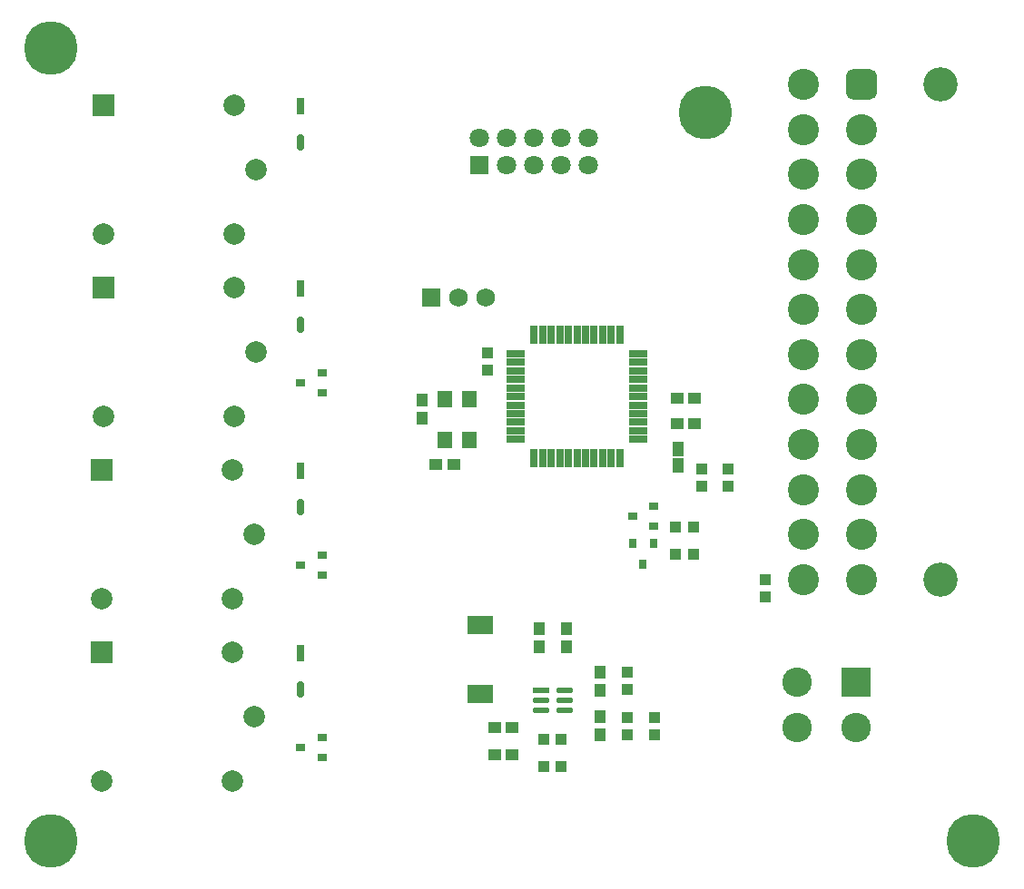
<source format=gbr>
%TF.GenerationSoftware,Altium Limited,Altium Designer,24.9.1 (31)*%
G04 Layer_Color=8388736*
%FSLAX45Y45*%
%MOMM*%
%TF.SameCoordinates,83ADD26A-4C95-4E02-96E4-27C39B5E4718*%
%TF.FilePolarity,Negative*%
%TF.FileFunction,Soldermask,Top*%
%TF.Part,Single*%
G01*
G75*
%TA.AperFunction,SMDPad,CuDef*%
%ADD12R,0.90000X0.80000*%
%ADD13R,1.15814X1.01213*%
%ADD14R,1.06213X1.13504*%
%ADD15R,1.13504X1.06213*%
%ADD16R,0.80000X0.90000*%
G04:AMPARAMS|DCode=17|XSize=1.55748mm|YSize=0.74248mm|CornerRadius=0.37124mm|HoleSize=0mm|Usage=FLASHONLY|Rotation=270.000|XOffset=0mm|YOffset=0mm|HoleType=Round|Shape=RoundedRectangle|*
%AMROUNDEDRECTD17*
21,1,1.55748,0.00000,0,0,270.0*
21,1,0.81501,0.74248,0,0,270.0*
1,1,0.74247,0.00000,-0.40750*
1,1,0.74247,0.00000,0.40750*
1,1,0.74247,0.00000,0.40750*
1,1,0.74247,0.00000,-0.40750*
%
%ADD17ROUNDEDRECTD17*%
%ADD18R,0.74248X1.55748*%
%ADD19R,1.40000X1.60000*%
%ADD20R,1.10620X1.35523*%
%ADD22R,1.55439X0.57213*%
G04:AMPARAMS|DCode=23|XSize=1.55439mm|YSize=0.57213mm|CornerRadius=0.28606mm|HoleSize=0mm|Usage=FLASHONLY|Rotation=0.000|XOffset=0mm|YOffset=0mm|HoleType=Round|Shape=RoundedRectangle|*
%AMROUNDEDRECTD23*
21,1,1.55439,0.00000,0,0,0.0*
21,1,0.98226,0.57213,0,0,0.0*
1,1,0.57213,0.49113,0.00000*
1,1,0.57213,-0.49113,0.00000*
1,1,0.57213,-0.49113,0.00000*
1,1,0.57213,0.49113,0.00000*
%
%ADD23ROUNDEDRECTD23*%
%ADD24R,1.01213X1.15814*%
%TA.AperFunction,ComponentPad*%
%ADD33C,2.00000*%
%ADD34R,2.00000X2.00000*%
%ADD40R,2.75000X2.75000*%
%ADD41C,2.75000*%
%TA.AperFunction,ViaPad*%
%ADD45C,5.00000*%
%TA.AperFunction,SMDPad,CuDef*%
%ADD55R,0.71120X1.67640*%
%ADD56R,1.67640X0.71120*%
%ADD57R,2.40320X1.80320*%
%TA.AperFunction,ComponentPad*%
%ADD58C,1.80320*%
%ADD59R,1.80320X1.80320*%
%ADD60C,2.90320*%
G04:AMPARAMS|DCode=61|XSize=2.9032mm|YSize=2.9032mm|CornerRadius=0.7766mm|HoleSize=0mm|Usage=FLASHONLY|Rotation=90.000|XOffset=0mm|YOffset=0mm|HoleType=Round|Shape=RoundedRectangle|*
%AMROUNDEDRECTD61*
21,1,2.90320,1.35000,0,0,90.0*
21,1,1.35000,2.90320,0,0,90.0*
1,1,1.55320,0.67500,0.67500*
1,1,1.55320,0.67500,-0.67500*
1,1,1.55320,-0.67500,-0.67500*
1,1,1.55320,-0.67500,0.67500*
%
%ADD61ROUNDEDRECTD61*%
%ADD62C,3.20320*%
%ADD63R,1.75320X1.75320*%
%ADD64C,1.75320*%
D12*
X11326800Y7829799D02*
D03*
Y8019801D02*
D03*
X11126800Y7924800D02*
D03*
Y4521200D02*
D03*
X11326800Y4616201D02*
D03*
Y4426199D02*
D03*
X11126800Y6223000D02*
D03*
X11326800Y6318001D02*
D03*
Y6127999D02*
D03*
X14420000Y6584999D02*
D03*
Y6775001D02*
D03*
X14220000Y6680000D02*
D03*
D13*
X14801997Y7543800D02*
D03*
X14636603D02*
D03*
X14801997Y7785100D02*
D03*
X14636603D02*
D03*
X12554097Y7162800D02*
D03*
X12388703D02*
D03*
X13100197Y4457700D02*
D03*
X12934802D02*
D03*
X13100197Y4711700D02*
D03*
X12934802D02*
D03*
D14*
X15110001Y6958461D02*
D03*
Y7121539D02*
D03*
X14870000Y6960000D02*
D03*
Y7123079D02*
D03*
X15460001Y5928461D02*
D03*
Y6091539D02*
D03*
X14173199Y4805939D02*
D03*
Y4642861D02*
D03*
Y5061961D02*
D03*
Y5225039D02*
D03*
X12865100Y8209539D02*
D03*
Y8046461D02*
D03*
X14427200Y4805939D02*
D03*
Y4642861D02*
D03*
D15*
X14625061Y6324600D02*
D03*
X14788139D02*
D03*
X14625061Y6578600D02*
D03*
X14788139D02*
D03*
X13393161Y4597400D02*
D03*
X13556239D02*
D03*
Y4343400D02*
D03*
X13393161D02*
D03*
D16*
X14320000Y6230000D02*
D03*
X14225000Y6430000D02*
D03*
X14414999D02*
D03*
D17*
X11125200Y5062362D02*
D03*
Y6764162D02*
D03*
Y8465962D02*
D03*
Y10167762D02*
D03*
D18*
Y5402438D02*
D03*
Y7104238D02*
D03*
Y8806038D02*
D03*
Y10507838D02*
D03*
D19*
X12470699Y7391898D02*
D03*
Y7771902D02*
D03*
X12700701D02*
D03*
Y7391898D02*
D03*
D20*
X14643100Y7311146D02*
D03*
Y7156054D02*
D03*
D22*
X13364671Y5060701D02*
D03*
D23*
Y4965700D02*
D03*
Y4870699D02*
D03*
X13584727D02*
D03*
Y4965700D02*
D03*
Y5060701D02*
D03*
D24*
X13919200Y5060803D02*
D03*
Y5226197D02*
D03*
X12255500Y7766197D02*
D03*
Y7600803D02*
D03*
X13347701Y5467203D02*
D03*
Y5632597D02*
D03*
X13601700Y5467203D02*
D03*
Y5632597D02*
D03*
X13919200Y4641703D02*
D03*
Y4807097D02*
D03*
D33*
X10693298Y6515100D02*
D03*
X10493299Y7115099D02*
D03*
Y5915101D02*
D03*
X9273301D02*
D03*
X10505999Y10518699D02*
D03*
Y9318701D02*
D03*
X9286001D02*
D03*
X10705998Y9918700D02*
D03*
X9273301Y4213301D02*
D03*
X10493299D02*
D03*
Y5413299D02*
D03*
X10693298Y4813300D02*
D03*
X9286001Y7616901D02*
D03*
X10505999D02*
D03*
Y8816899D02*
D03*
X10705998Y8216900D02*
D03*
D34*
X9273301Y7115099D02*
D03*
X9286001Y10518699D02*
D03*
X9273301Y5413299D02*
D03*
X9286001Y8816899D02*
D03*
D40*
X16306799Y5131699D02*
D03*
D41*
X15756799D02*
D03*
X16306799Y4711700D02*
D03*
X15756799D02*
D03*
D45*
X17400000Y3650000D02*
D03*
X8800000D02*
D03*
Y11050000D02*
D03*
X14900000Y10450000D02*
D03*
D55*
X13863319Y8371840D02*
D03*
X13942059D02*
D03*
X13304520D02*
D03*
X13383260D02*
D03*
X13464540D02*
D03*
X13543280D02*
D03*
X13624561D02*
D03*
X13703300D02*
D03*
X13782040D02*
D03*
X14023340D02*
D03*
X14102080D02*
D03*
Y7223760D02*
D03*
X14023340D02*
D03*
X13942059D02*
D03*
X13863319D02*
D03*
X13782040D02*
D03*
X13703300D02*
D03*
X13624561D02*
D03*
X13543280D02*
D03*
X13464540D02*
D03*
X13383260D02*
D03*
X13304520D02*
D03*
D56*
X13129260Y7399020D02*
D03*
X14277341Y8196580D02*
D03*
Y8117840D02*
D03*
Y8036560D02*
D03*
Y7957820D02*
D03*
Y7876540D02*
D03*
Y7797800D02*
D03*
Y7719060D02*
D03*
Y7637780D02*
D03*
Y7559040D02*
D03*
Y7477760D02*
D03*
Y7399020D02*
D03*
X13129260Y7477760D02*
D03*
Y7559040D02*
D03*
Y7637780D02*
D03*
Y7719060D02*
D03*
Y7797800D02*
D03*
Y7876540D02*
D03*
Y7957820D02*
D03*
Y8036560D02*
D03*
Y8117840D02*
D03*
Y8196580D02*
D03*
D57*
X12801601Y5666699D02*
D03*
Y5026701D02*
D03*
D58*
X13808000Y9960000D02*
D03*
X13553999D02*
D03*
X13300000D02*
D03*
X13046001D02*
D03*
X13808000Y10214000D02*
D03*
X13553999D02*
D03*
X13300000D02*
D03*
X13046001D02*
D03*
X12792000D02*
D03*
D59*
Y9960000D02*
D03*
D60*
X16361501Y6091499D02*
D03*
X15811501D02*
D03*
Y6511498D02*
D03*
Y6931503D02*
D03*
Y7351502D02*
D03*
Y7771501D02*
D03*
Y8191500D02*
D03*
Y8611499D02*
D03*
Y9031498D02*
D03*
Y9451503D02*
D03*
Y9871502D02*
D03*
Y10291501D02*
D03*
Y10711500D02*
D03*
X16361501Y6511498D02*
D03*
Y7351502D02*
D03*
Y9031498D02*
D03*
Y10291501D02*
D03*
Y9871502D02*
D03*
Y9451503D02*
D03*
Y8611499D02*
D03*
Y8191500D02*
D03*
Y7771501D02*
D03*
Y6931503D02*
D03*
D61*
Y10711500D02*
D03*
D62*
X17091502D02*
D03*
Y6091499D02*
D03*
D63*
X12344400Y8724900D02*
D03*
D64*
X12598400D02*
D03*
X12852400D02*
D03*
%TF.MD5,41e7d52dae1a9c63f4d80569bbabde1c*%
M02*

</source>
